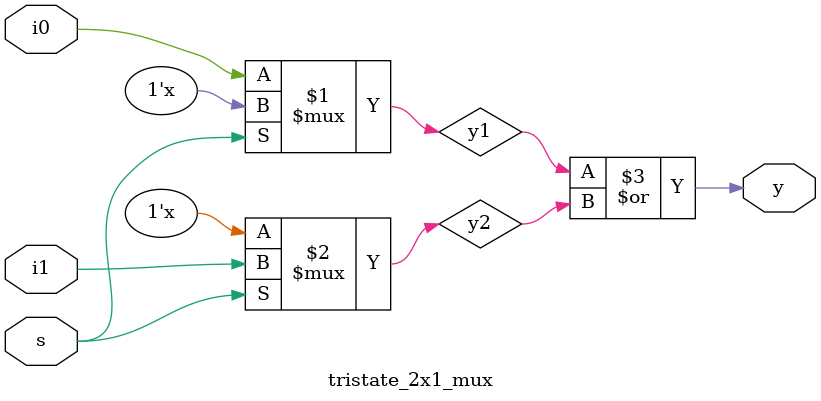
<source format=v>
`timescale 1ns / 1ps


module tristate_2x1_mux(input  s,
                        input i0,i1,
                        output y);
                        wire y1,y2;
    bufif0 (y1,i0,s);
    bufif1 (y2,i1,s);
    or (y,y1,y2);
    

  endmodule

</source>
